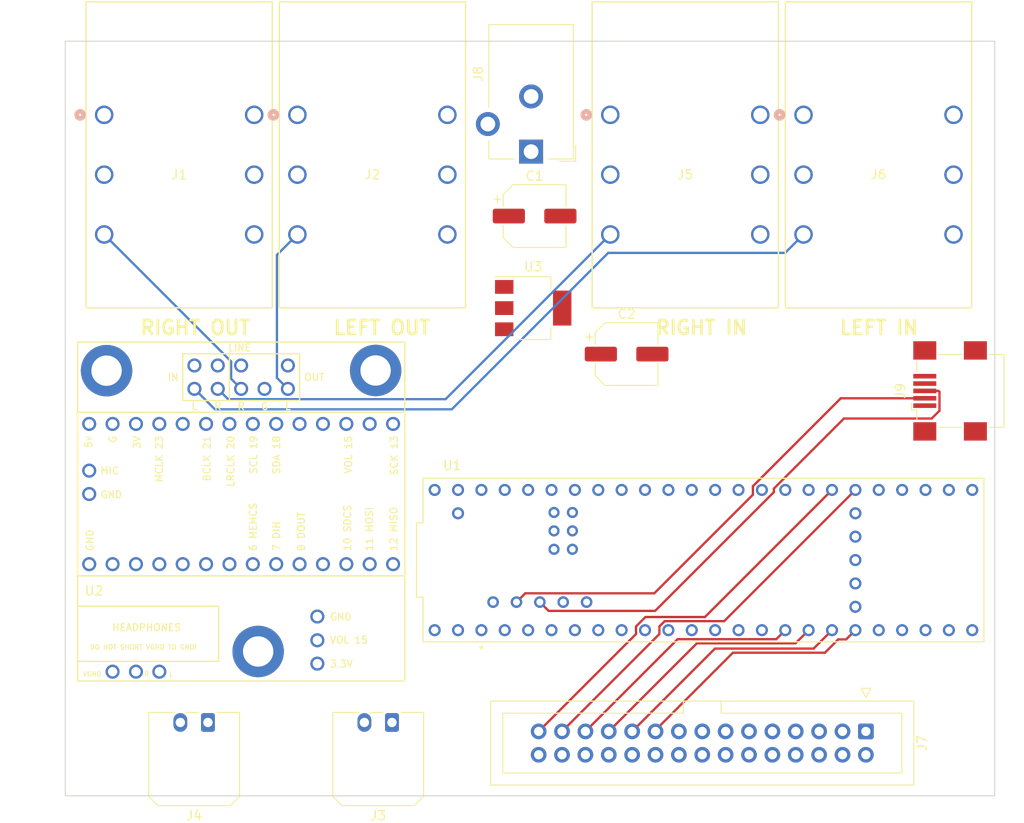
<source format=kicad_pcb>
(kicad_pcb (version 20221018) (generator pcbnew)
  (layers (0 "F.Cu" signal) (1 "In1.Cu" signal) (2 "In2.Cu" signal) (31 "B.Cu" signal) (34 "B.Paste" user) (35 "F.Paste" user) (36 "B.SilkS" user "B.Silkscreen") (37 "F.SilkS" user "F.Silkscreen") (38 "B.Mask" user) (39 "F.Mask" user) (44 "Edge.Cuts" user))
  (net 0 "")
  (net 17 "GND")
  (net 18 "+3.3V")
  (net 19 "FSW_1")
  (net 20 "FSW_2")
  (net 21 "+9V")
  (net 22 "+5V")
  (net 23 "LED_GSCLK")
  (net 24 "LED_BLANK")
  (net 25 "LED_XLAT")
  (net 26 "LED_SCLK")
  (net 27 "LED_SIN")
  (net 28 "POT_1")
  (net 29 "POT_2")
  (net 30 "POT_3")
  (net 31 "POT_4")
  (net 32 "POT_5")
  (net 33 "POT_6")
  (net 36 "Net-(J9-D-)")
  (net 37 "Net-(J9-D+)")
  (net 40 "Audio MEMCS")
  (net 47 "Audio DIN")
  (net 48 "Audio DOUT")
  (net 49 "Audio SDCS")
  (net 51 "Audio MOSI")
  (net 52 "Audio MISO")
  (net 53 "Audio SCK")
  (net 58 "Audio SDA")
  (net 61 "Audio SCL")
  (net 62 "Audio LRCLK")
  (net 63 "L Line In")
  (net 64 "R Line In")
  (net 65 "L Line Out")
  (net 66 "R Line Out")
  (net 67 "Audio BCLK")
  (net 68 "Audio MCLK")
  (footprint "Custom Audio Connectors:ACJS-IH_AMP" (layer "F.Cu") (at 155.223401 57)
    (fp_text reference "J5" (at 8.149999 6.5 unlocked) (layer "F.SilkS"))
    (fp_text value "ACJS-IH")
    (fp_circle (center -2.606901 0) (end -2.225901 0) (stroke (width 0.508)) (fill none) (layer "B.SilkS"))
    (fp_line (start -1.971901 -12.277001) (end -1.971901 20.971599) (stroke (width 0.1524)) (layer "F.SilkS"))
    (fp_line (start -1.971901 20.971599) (end 18.271899 20.971599) (stroke (width 0.1524)) (layer "F.SilkS"))
    (fp_line (start 18.271899 -12.277001) (end -1.971901 -12.277001) (stroke (width 0.1524)) (layer "F.SilkS"))
    (fp_line (start 18.271899 20.971599) (end 18.271899 -12.277001) (stroke (width 0.1524)) (layer "F.SilkS"))
    (fp_circle (center -2.606901 0) (end -2.225901 0) (stroke (width 0.508)) (fill none) (layer "F.SilkS"))
    (pad "R" thru_hole circle (at 0 6.5) (size 2.0066 2.0066) (drill 1.4986) (layers "*.Cu" "*.Mask") (net 17 "GND"))
    (pad "RN" thru_hole circle (at 16.299998 6.5) (size 2.0066 2.0066) (drill 1.4986) (layers "*.Cu" "*.Mask"))
    (pad "S" thru_hole circle (at 0 0) (size 2.0066 2.0066) (drill 1.4986) (layers "*.Cu" "*.Mask"))
    (pad "SN" thru_hole circle (at 16.299998 0) (size 2.0066 2.0066) (drill 1.4986) (layers "*.Cu" "*.Mask"))
    (pad "T" thru_hole circle (at 0 12.999999) (size 2.0066 2.0066) (drill 1.4986) (layers "*.Cu" "*.Mask") (net 64 "R Line In"))
    (pad "TN" thru_hole circle (at 16.299998 12.999999) (size 2.0066 2.0066) (drill 1.4986) (layers "*.Cu" "*.Mask"))
  )
  (footprint "Connector_Molex:Molex_Micro-Fit_3.0_43650-0200_1x02_P3.00mm_Horizontal" (layer "F.Cu") (at 131.5 123.03 180)
    (fp_text reference "J3" (at 1.5 -10.12) (layer "F.SilkS"))
    (fp_text value "FSW1")
    (fp_line (start -3.435 -8.03) (end -2.435 -9.03) (stroke (width 0.12)) (layer "F.SilkS"))
    (fp_line (start -3.435 1.09) (end -3.435 -8.03) (stroke (width 0.12)) (layer "F.SilkS"))
    (fp_line (start -3.435 1.09) (end -1.01 1.09) (stroke (width 0.12)) (layer "F.SilkS"))
    (fp_line (start -2.435 -9.03) (end 5.435 -9.03) (stroke (width 0.12)) (layer "F.SilkS"))
    (fp_line (start 1.01 1.09) (end 2.348233 1.09) (stroke (width 0.12)) (layer "F.SilkS"))
    (fp_line (start 5.435 -9.03) (end 6.435 -8.03) (stroke (width 0.12)) (layer "F.SilkS"))
    (fp_line (start 6.435 -8.03) (end 6.435 1.09) (stroke (width 0.12)) (layer "F.SilkS"))
    (fp_line (start 6.435 1.09) (end 3.651767 1.09) (stroke (width 0.12)) (layer "F.SilkS"))
    (pad "" np_thru_hole circle (at 1.5 -4.32 180) (size 3 3) (drill 3) (layers "*.Cu" "*.Mask"))
    (pad "1" thru_hole roundrect (at 0 0 180) (size 1.5 2.02) (drill 1.02) (layers "*.Cu" "*.Mask") (roundrect_rratio 0.166667) (net 19 "FSW_1"))
    (pad "2" thru_hole oval (at 3 0 180) (size 1.5 2.02) (drill 1.02) (layers "*.Cu" "*.Mask") (net 17 "GND"))
  )
  (footprint "Custom Audio Connectors:ACJS-IH_AMP" (layer "F.Cu") (at 176.223401 57)
    (fp_text reference "J6" (at 8.149999 6.5 unlocked) (layer "F.SilkS"))
    (fp_text value "ACJS-IH")
    (fp_circle (center -2.606901 0) (end -2.225901 0) (stroke (width 0.508)) (fill none) (layer "B.SilkS"))
    (fp_line (start -1.971901 -12.277001) (end -1.971901 20.971599) (stroke (width 0.1524)) (layer "F.SilkS"))
    (fp_line (start -1.971901 20.971599) (end 18.271899 20.971599) (stroke (width 0.1524)) (layer "F.SilkS"))
    (fp_line (start 18.271899 -12.277001) (end -1.971901 -12.277001) (stroke (width 0.1524)) (layer "F.SilkS"))
    (fp_line (start 18.271899 20.971599) (end 18.271899 -12.277001) (stroke (width 0.1524)) (layer "F.SilkS"))
    (fp_circle (center -2.606901 0) (end -2.225901 0) (stroke (width 0.508)) (fill none) (layer "F.SilkS"))
    (pad "R" thru_hole circle (at 0 6.5) (size 2.0066 2.0066) (drill 1.4986) (layers "*.Cu" "*.Mask") (net 17 "GND"))
    (pad "RN" thru_hole circle (at 16.299998 6.5) (size 2.0066 2.0066) (drill 1.4986) (layers "*.Cu" "*.Mask"))
    (pad "S" thru_hole circle (at 0 0) (size 2.0066 2.0066) (drill 1.4986) (layers "*.Cu" "*.Mask"))
    (pad "SN" thru_hole circle (at 16.299998 0) (size 2.0066 2.0066) (drill 1.4986) (layers "*.Cu" "*.Mask"))
    (pad "T" thru_hole circle (at 0 12.999999) (size 2.0066 2.0066) (drill 1.4986) (layers "*.Cu" "*.Mask") (net 63 "L Line In"))
    (pad "TN" thru_hole circle (at 16.299998 12.999999) (size 2.0066 2.0066) (drill 1.4986) (layers "*.Cu" "*.Mask"))
  )
  (footprint "Connector_USB:USB_Mini-B_Wuerth_65100516121_Horizontal" (layer "F.Cu") (at 192 87 90)
    (fp_text reference "J9" (at 0 -5.25 90) (layer "F.SilkS"))
    (fp_text value "USB_B_Mini")
    (fp_line (start -3.96 1.45) (end -3.96 -1.15) (stroke (width 0.12)) (layer "F.SilkS"))
    (fp_line (start -3.96 4.35) (end -3.96 6.01) (stroke (width 0.12)) (layer "F.SilkS"))
    (fp_line (start -3.96 6.01) (end 3.96 6.01) (stroke (width 0.12)) (layer "F.SilkS"))
    (fp_line (start -3.2 -3.46) (end -2.05 -3.46) (stroke (width 0.12)) (layer "F.SilkS"))
    (fp_line (start -2.05 -4.05) (end -1.35 -4.05) (stroke (width 0.12)) (layer "F.SilkS"))
    (fp_line (start -2.05 -3.46) (end -2.05 -4.05) (stroke (width 0.12)) (layer "F.SilkS"))
    (fp_line (start 2.05 -3.46) (end 3.2 -3.46) (stroke (width 0.12)) (layer "F.SilkS"))
    (fp_line (start 3.96 -1.15) (end 3.96 1.45) (stroke (width 0.12)) (layer "F.SilkS"))
    (fp_line (start 3.96 6.01) (end 3.96 4.35) (stroke (width 0.12)) (layer "F.SilkS"))
    (pad "" np_thru_hole circle (at -2.2 0 90) (size 0.9 0.9) (drill 0.9) (layers "*.Cu" "*.Mask"))
    (pad "" np_thru_hole circle (at 2.2 0 90) (size 0.9 0.9) (drill 0.9) (layers "*.Cu" "*.Mask"))
    (pad "1" smd rect (at -1.6 -2.6 90) (size 0.5 2.5) (layers "F.Cu" "F.Paste" "F.Mask"))
    (pad "2" smd rect (at -0.8 -2.6 90) (size 0.5 2.5) (layers "F.Cu" "F.Paste" "F.Mask") (net 36 "Net-(J9-D-)"))
    (pad "3" smd rect (at 0 -2.6 90) (size 0.5 2.5) (layers "F.Cu" "F.Paste" "F.Mask") (net 37 "Net-(J9-D+)"))
    (pad "4" smd rect (at 0.8 -2.6 90) (size 0.5 2.5) (layers "F.Cu" "F.Paste" "F.Mask"))
    (pad "5" smd rect (at 1.6 -2.6 90) (size 0.5 2.5) (layers "F.Cu" "F.Paste" "F.Mask") (net 17 "GND"))
    (pad "6" smd rect (at -4.4 -2.6 90) (size 2 2.5) (layers "F.Cu" "F.Paste" "F.Mask"))
    (pad "6" smd rect (at -4.4 2.9 90) (size 2 2.5) (layers "F.Cu" "F.Paste" "F.Mask"))
    (pad "6" smd rect (at 4.4 -2.6 90) (size 2 2.5) (layers "F.Cu" "F.Paste" "F.Mask"))
    (pad "6" smd rect (at 4.4 2.9 90) (size 2 2.5) (layers "F.Cu" "F.Paste" "F.Mask"))
  )
  (footprint "Imported Footprints:4.0audioshield" (layer "F.Cu") (at 98.6 105.826)
    (fp_text reference "U2" (at 0.5207 2.89814) (layer "F.SilkS"))
    (fp_text value "Teensy4.0_AudioShield_REVD")
    (fp_text user "GND" (at 0.08636 -2.594852 90) (layer "F.SilkS") (effects (font (size 0.762 0.762) (thickness 0.127))))
    (fp_text user "L" (at 8.90524 11.94054) (layer "F.SilkS") (effects (font (size 0.508 0.508) (thickness 0.1016))))
    (fp_text user "L" (at 21.59 -17.145) (layer "F.SilkS") (effects (font (size 0.762 0.762) (thickness 0.127))))
    (fp_text user "GND" (at 27.331489 5.73278) (layer "F.SilkS") (effects (font (size 0.762 0.762) (thickness 0.127))))
    (fp_text user "BCLK 21" (at 12.79144 -11.476808 90) (layer "F.SilkS") (effects (font (size 0.762 0.762) (thickness 0.127))))
    (fp_text user "VOL 15" (at 28.1686 -11.894094 90) (layer "F.SilkS") (effects (font (size 0.762 0.762) (thickness 0.127))))
    (fp_text user "R" (at 6.23316 11.94054) (layer "F.SilkS") (effects (font (size 0.508 0.508) (thickness 0.1016))))
    (fp_text user "7 DIN" (at 20.35302 -3.048423 90) (layer "F.SilkS") (effects (font (size 0.762 0.762) (thickness 0.127))))
    (fp_text user "SCL 19" (at 17.86636 -11.875951 90) (layer "F.SilkS") (effects (font (size 0.762 0.762) (thickness 0.127))))
    (fp_text user "L" (at 11.43 -17.145) (layer "F.SilkS") (effects (font (size 0.762 0.762) (thickness 0.127))))
    (fp_text user "VOL 15" (at 28.220489 8.23976) (layer "F.SilkS") (effects (font (size 0.762 0.762) (thickness 0.127))))
    (fp_text user "8 DOUT" (at 23.04288 -3.556423 90) (layer "F.SilkS") (effects (font (size 0.762 0.762) (thickness 0.127))))
    (fp_text user "LINE" (at 16.34236 -23.51024) (layer "F.SilkS") (effects (font (size 0.762 0.762) (thickness 0.127))))
    (fp_text user "GND" (at 2.3876 -7.56412) (layer "F.SilkS") (effects (font (size 0.762 0.762) (thickness 0.127))))
    (fp_text user "MCLK 23" (at 7.61492 -11.42238 90) (layer "F.SilkS") (effects (font (size 0.762 0.762) (thickness 0.127))))
    (fp_text user "5v" (at -0.05588 -13.291094 90) (layer "F.SilkS") (effects (font (size 0.762 0.762) (thickness 0.127))))
    (fp_text user "11 MOSI" (at 30.45206 -3.828566 90) (layer "F.SilkS") (effects (font (size 0.762 0.762) (thickness 0.127))))
    (fp_text user "MIC" (at 2.224314 -10.15238) (layer "F.SilkS") (effects (font (size 0.762 0.762) (thickness 0.127))))
    (fp_text user "3V" (at 5.20954 -13.254808 90) (layer "F.SilkS") (effects (font (size 0.762 0.762) (thickness 0.127))))
    (fp_text user "G" (at 2.57048 -13.563237 90) (layer "F.SilkS") (effects (font (size 0.762 0.762) (thickness 0.127))))
    (fp_text user "6 MEMCS" (at 17.81556 -4.04628 270) (layer "F.SilkS") (effects (font (size 0.762 0.762) (thickness 0.127))))
    (fp_text user "SDA 18" (at 20.35302 -11.857808 90) (layer "F.SilkS") (effects (font (size 0.762 0.762) (thickness 0.127))))
    (fp_text user "SCK 13" (at 33.14192 -11.80338 270) (layer "F.SilkS") (effects (font (size 0.762 0.762) (thickness 0.127))))
    (fp_text user "10 SDCS" (at 28.067 -3.937423 90) (layer "F.SilkS") (effects (font (size 0.762 0.762) (thickness 0.127))))
    (fp_text user "3.3V" (at 27.40406 10.8458) (layer "F.SilkS") (effects (font (size 0.762 0.762) (thickness 0.127))))
    (fp_text user "OUT" (at 24.4602 -20.31238) (layer "F.SilkS") (effects (font (size 0.762 0.762) (thickness 0.127))))
    (fp_text user "12 MISO" (at 33.09112 -3.828566 90) (layer "F.SilkS") (effects (font (size 0.762 0.762) (thickness 0.127))))
    (fp_text user "DO NOT SHORT VGND TO GND!" (at 5.87756 9.02208) (layer "F.SilkS") (effects (font (size 0.508 0.508) (thickness 0.1016))))
    (fp_text user "IN" (at 9.1186 -20.30984) (layer "F.SilkS") (effects (font (size 0.762 0.762) (thickness 0.127))))
    (fp_text user "HEADPHONES" (at 6.23316 6.88594) (layer "F.SilkS") (effects (font (size 0.762 0.762) (thickness 0.127))))
    (fp_text user "G" (at 19.05 -17.145) (layer "F.SilkS") (effects (font (size 0.762 0.762) (thickness 0.127))))
    (fp_text user "R" (at 16.51 -17.145) (layer "F.SilkS") (effects (font (size 0.762 0.762) (thickness 0.127))))
    (fp_text user "LRCLK 20" (at 15.3797 -11.16838 90) (layer "F.SilkS") (effects (font (size 0.762 0.762) (thickness 0.127))))
    (fp_text user "R" (at 13.97 -17.145) (layer "F.SilkS") (effects (font (size 0.762 0.762) (thickness 0.127))))
    (fp_text user "VGND" (at 0.32258 11.94054) (layer "F.SilkS") (effects (font (size 0.508 0.508) (thickness 0.1016))))
    (fp_line (start -1.27 -24.13) (end 34.29 -24.13) (stroke (width 0.15)) (layer "F.SilkS"))
    (fp_line (start -1.27 -16.51) (end -1.27 1.27) (stroke (width 0.15)) (layer "F.SilkS"))
    (fp_line (start -1.27 1.27) (end 34.29 1.27) (stroke (width 0.15)) (layer "F.SilkS"))
    (fp_line (start -1.27 12.7) (end -1.27 -24.13) (stroke (width 0.15)) (layer "F.SilkS"))
    (fp_line (start -1.26746 4.56438) (end 14.0589 4.56438) (stroke (width 0.15)) (layer "F.SilkS"))
    (fp_line (start 10.16 -22.86) (end 10.16 -17.78) (stroke (width 0.15)) (layer "F.SilkS"))
    (fp_line (start 10.16 -17.78) (end 15.24 -17.78) (stroke (width 0.15)) (layer "F.SilkS"))
    (fp_line (start 14.0589 4.56438) (end 14.0589 10.5537) (stroke (width 0.15)) (layer "F.SilkS"))
    (fp_line (start 14.0589 10.5537) (end -1.26746 10.5537) (stroke (width 0.15)) (layer "F.SilkS"))
    (fp_line (start 15.24 -22.86) (end 10.16 -22.86) (stroke (width 0.15)) (layer "F.SilkS"))
    (fp_line (start 15.24 -22.86) (end 22.86 -22.86) (stroke (width 0.15)) (layer "F.SilkS"))
    (fp_line (start 15.24 -17.78) (end 15.24 -22.86) (stroke (width 0.15)) (layer "F.SilkS"))
    (fp_line (start 22.86 -22.86) (end 22.86 -17.78) (stroke (width 0.15)) (layer "F.SilkS"))
    (fp_line (start 22.86 -17.78) (end 15.24 -17.78) (stroke (width 0.15)) (layer "F.SilkS"))
    (fp_line (start 34.29 -24.13) (end 34.29 12.7) (stroke (width 0.15)) (layer "F.SilkS"))
    (fp_line (start 34.29 -16.51) (end -1.27 -16.51) (stroke (width 0.15)) (layer "F.SilkS"))
    (fp_line (start 34.29 1.27) (end 34.29 -16.51) (stroke (width 0.15)) (layer "F.SilkS"))
    (fp_line (start 34.29 12.7) (end -1.27 12.7) (stroke (width 0.15)) (layer "F.SilkS"))
    (pad "" thru_hole circle (at 1.88468 -21.02612) (size 5.588 5.588) (drill 3.302) (layers "*.Cu"))
    (pad "" thru_hole circle (at 18.35912 9.48944) (size 5.588 5.588) (drill 3.302) (layers "*.Cu"))
    (pad "" thru_hole circle (at 31.12262 -21.04644) (size 5.588 5.588) (drill 3.302) (layers "*.Cu"))
    (pad "1" thru_hole oval (at 0 0) (size 1.524 1.524) (drill 1.016) (layers "*.Cu" "*.Mask") (net 17 "GND"))
    (pad "2" thru_hole oval (at 2.54 0) (size 1.524 1.524) (drill 1.016) (layers "*.Cu" "*.Mask"))
    (pad "3" thru_hole oval (at 5.08 0) (size 1.524 1.524) (drill 1.016) (layers "*.Cu" "*.Mask"))
    (pad "4" thru_hole oval (at 7.62 0) (size 1.524 1.524) (drill 1.016) (layers "*.Cu" "*.Mask"))
    (pad "5" thru_hole oval (at 10.16 0) (size 1.524 1.524) (drill 1.016) (layers "*.Cu" "*.Mask"))
    (pad "6" thru_hole oval (at 12.7 0) (size 1.524 1.524) (drill 1.016) (layers "*.Cu" "*.Mask"))
    (pad "7" thru_hole oval (at 15.24 0) (size 1.524 1.524) (drill 1.016) (layers "*.Cu" "*.Mask"))
    (pad "8" thru_hole oval (at 17.78 0) (size 1.524 1.524) (drill 1.016) (layers "*.Cu" "*.Mask") (net 40 "Audio MEMCS"))
    (pad "9" thru_hole oval (at 20.32 0) (size 1.524 1.524) (drill 1.016) (layers "*.Cu" "*.Mask") (net 47 "Audio DIN"))
    (pad "10" thru_hole oval (at 22.86 0) (size 1.524 1.524) (drill 1.016) (layers "*.Cu" "*.Mask") (net 48 "Audio DOUT"))
    (pad "11" thru_hole oval (at 25.4 0) (size 1.524 1.524) (drill 1.016) (layers "*.Cu" "*.Mask"))
    (pad "12" thru_hole oval (at 27.94 0) (size 1.524 1.524) (drill 1.016) (layers "*.Cu" "*.Mask") (net 49 "Audio SDCS"))
    (pad "13" thru_hole oval (at 30.48 0) (size 1.524 1.524) (drill 1.016) (layers "*.Cu" "*.Mask") (net 51 "Audio MOSI"))
    (pad "14" thru_hole oval (at 33.02 0) (size 1.524 1.524) (drill 1.016) (layers "*.Cu" "*.Mask") (net 52 "Audio MISO"))
    (pad "15" thru_hole oval (at 0 -10.16) (size 1.524 1.524) (drill 1.016) (layers "*.Cu" "*.Mask"))
    (pad "16" thru_hole oval (at 0 -7.62) (size 1.524 1.524) (drill 1.016) (layers "*.Cu" "*.Mask"))
    (pad "17" thru_hole oval (at 33.02 -15.24) (size 1.524 1.524) (drill 1.016) (layers "*.Cu" "*.Mask") (net 53 "Audio SCK"))
    (pad "18" thru_hole oval (at 30.48 -15.24) (size 1.524 1.524) (drill 1.016) (layers "*.Cu" "*.Mask"))
    (pad "19" thru_hole oval (at 27.94 -15.24) (size 1.524 1.524) (drill 1.016) (layers "*.Cu" "*.Mask"))
    (pad "20" thru_hole oval (at 25.4 -15.24) (size 1.524 1.524) (drill 1.016) (layers "*.Cu" "*.Mask"))
    (pad "21" thru_hole oval (at 22.86 -15.24) (size 1.524 1.524) (drill 1.016) (layers "*.Cu" "*.Mask"))
    (pad "22" thru_hole oval (at 20.32 -15.24) (size 1.524 1.524) (drill 1.016) (layers "*.Cu" "*.Mask") (net 58 "Audio SDA"))
    (pad "23" thru_hole oval (at 17.78 -15.24) (size 1.524 1.524) (drill 1.016) (layers "*.Cu" "*.Mask") (net 61 "Audio SCL"))
    (pad "24" thru_hole oval (at 15.24 -15.24) (size 1.524 1.524) (drill 1.016) (layers "*.Cu" "*.Mask") (net 62 "Audio LRCLK"))
    (pad "25" thru_hole oval (at 12.7 -15.24) (size 1.524 1.524) (drill 1.016) (layers "*.Cu" "*.Mask") (net 67 "Audio BCLK"))
    (pad "26" thru_hole oval (at 10.16 -15.24) (size 1.524 1.524) (drill 1.016) (layers "*.Cu" "*.Mask"))
    (pad "27" thru_hole oval (at 7.62 -15.24) (size 1.524 1.524) (drill 1.016) (layers "*.Cu" "*.Mask") (net 68 "Audio MCLK"))
    (pad "28" thru_hole oval (at 5.08 -15.24) (size 1.524 1.524) (drill 1.016) (layers "*.Cu" "*.Mask") (net 18 "+3.3V"))
    (pad "29" thru_hole oval (at 2.54 -15.24) (size 1.524 1.524) (drill 1.016) (layers "*.Cu" "*.Mask") (net 17 "GND"))
    (pad "30" thru_hole oval (at 0 -15.24) (size 1.524 1.524) (drill 1.016) (layers "*.Cu" "*.Mask"))
    (pad "31" thru_hole circle (at 21.59 -19.05) (size 1.524 1.524) (drill 1.016) (layers "*.Cu" "*.Mask") (net 65 "L Line Out"))
    (pad "32" thru_hole circle (at 19.05 -19.05) (size 1.524 1.524) (drill 1.016) (layers "*.Cu" "*.Mask") (net 17 "GND"))
    (pad "33" thru_hole circle (at 16.51 -19.05) (size 1.524 1.524) (drill 1.016) (layers "*.Cu" "*.Mask") (net 66 "R Line Out"))
    (pad "34" thru_hole circle (at 13.97 -19.05) (size 1.524 1.524) (drill 1.016) (layers "*.Cu" "*.Mask") (net 64 "R Line In"))
    (pad "35" thru_hole circle (at 11.43 -19.05) (size 1.524 1.524) (drill 1.016) (layers "*.Cu" "*.Mask") (net 63 "L Line In"))
    (pad "36" thru_hole circle (at 13.97 -21.59) (size 1.524 1.524) (drill 1.016) (layers "*.Cu" "*.Mask") (net 17 "GND"))
    (pad "37" thru_hole circle (at 11.43 -21.59) (size 1.524 1.524) (drill 1.016) (layers "*.Cu" "*.Mask") (net 17 "GND"))
    (pad "38" thru_hole circle (at 24.7904 5.69214) (size 1.524 1.524) (drill 1.016) (layers "*.Cu" "*.Mask"))
    (pad "39" thru_hole circle (at 24.7904 8.27278) (size 1.524 1.524) (drill 1.016) (layers "*.Cu" "*.Mask"))
    (pad "40" thru_hole circle (at 24.7904 10.81024) (size 1.524 1.524) (drill 1.016) (layers "*.Cu" "*.Mask"))
    (pad "41" thru_hole oval (at 7.62 11.684) (size 1.524 1.524) (drill 1.016) (layers "*.Cu" "*.Mask"))
    (pad "42" thru_hole oval (at 5.08 11.684) (size 1.524 1.524) (drill 1.016) (layers "*.Cu" "*.Mask"))
    (pad "43" thru_hole oval (at 2.54 11.684) (size 1.524 1.524) (drill 1.016) (layers "*.Cu" "*.Mask"))
    (pad "45" thru_hole circle (at 16.51 -21.59) (size 1.524 1.524) (drill 1.016) (layers "*.Cu" "*.Mask"))
    (pad "46" thru_hole circle (at 21.59 -21.59) (size 1.524 1.524) (drill 1.016) (layers "*.Cu" "*.Mask"))
  )
  (footprint "Connector_IDC:IDC-Header_2x15_P2.54mm_Vertical" (layer "F.Cu") (at 183 124 -90)
    (fp_text reference "J7" (at 1.27 -6.1 90) (layer "F.SilkS"))
    (fp_text value "Conn_02x15_Odd_Even")
    (fp_line (start -4.68 -0.5) (end -4.68 0.5) (stroke (width 0.12)) (layer "F.SilkS"))
    (fp_line (start -4.68 0.5) (end -3.68 0) (stroke (width 0.12)) (layer "F.SilkS"))
    (fp_line (start -3.68 0) (end -4.68 -0.5) (stroke (width 0.12)) (layer "F.SilkS"))
    (fp_line (start -3.29 -5.21) (end 5.83 -5.21) (stroke (width 0.12)) (layer "F.SilkS"))
    (fp_line (start -3.29 15.73) (end -1.98 15.73) (stroke (width 0.12)) (layer "F.SilkS"))
    (fp_line (start -3.29 40.77) (end -3.29 -5.21) (stroke (width 0.12)) (layer "F.SilkS"))
    (fp_line (start -1.98 -3.91) (end 4.52 -3.91) (stroke (width 0.12)) (layer "F.SilkS"))
    (fp_line (start -1.98 15.73) (end -1.98 -3.91) (stroke (width 0.12)) (layer "F.SilkS"))
    (fp_line (start -1.98 19.83) (end -3.29 19.83) (stroke (width 0.12)) (layer "F.SilkS"))
    (fp_line (start -1.98 19.83) (end -1.98 19.83) (stroke (width 0.12)) (layer "F.SilkS"))
    (fp_line (start -1.98 39.47) (end -1.98 19.83) (stroke (width 0.12)) (layer "F.SilkS"))
    (fp_line (start 4.52 -3.91) (end 4.52 39.47) (stroke (width 0.12)) (layer "F.SilkS"))
    (fp_line (start 4.52 39.47) (end -1.98 39.47) (stroke (width 0.12)) (layer "F.SilkS"))
    (fp_line (start 5.83 -5.21) (end 5.83 40.77) (stroke (width 0.12)) (layer "F.SilkS"))
    (fp_line (start 5.83 40.77) (end -3.29 40.77) (stroke (width 0.12)) (layer "F.SilkS"))
    (pad "1" thru_hole roundrect (at 0 0 270) (size 1.7 1.7) (drill 1) (layers "*.Cu" "*.Mask") (roundrect_rratio 0.147059) (net 21 "+9V"))
    (pad "2" thru_hole circle (at 2.54 0 270) (size 1.7 1.7) (drill 1) (layers "*.Cu" "*.Mask") (net 17 "GND"))
    (pad "3" thru_hole circle (at 0 2.54 270) (size 1.7 1.7) (drill 1) (layers "*.Cu" "*.Mask") (net 21 "+9V"))
    (pad "4" thru_hole circle (at 2.54 2.54 270) (size 1.7 1.7) (drill 1) (layers "*.Cu" "*.Mask") (net 17 "GND"))
    (pad "5" thru_hole circle (at 0 5.08 270) (size 1.7 1.7) (drill 1) (layers "*.Cu" "*.Mask") (net 22 "+5V"))
    (pad "6" thru_hole circle (at 2.54 5.08 270) (size 1.7 1.7) (drill 1) (layers "*.Cu" "*.Mask") (net 17 "GND"))
    (pad "7" thru_hole circle (at 0 7.62 270) (size 1.7 1.7) (drill 1) (layers "*.Cu" "*.Mask") (net 18 "+3.3V"))
    (pad "8" thru_hole circle (at 2.54 7.62 270) (size 1.7 1.7) (drill 1) (layers "*.Cu" "*.Mask") (net 17 "GND"))
    (pad "9" thru_hole circle (at 0 10.16 270) (size 1.7 1.7) (drill 1) (layers "*.Cu" "*.Mask") (net 23 "LED_GSCLK"))
    (pad "10" thru_hole circle (at 2.54 10.16 270) (size 1.7 1.7) (drill 1) (layers "*.Cu" "*.Mask") (net 17 "GND"))
    (pad "11" thru_hole circle (at 0 12.7 270) (size 1.7 1.7) (drill 1) (layers "*.Cu" "*.Mask") (net 24 "LED_BLANK"))
    (pad "12" thru_hole circle (at 2.54 12.7 270) (size 1.7 1.7) (drill 1) (layers "*.Cu" "*.Mask") (net 17 "GND"))
    (pad "13" thru_hole circle (at 0 15.24 270) (size 1.7 1.7) (drill 1) (layers "*.Cu" "*.Mask") (net 25 "LED_XLAT"))
    (pad "14" thru_hole circle (at 2.54 15.24 270) (size 1.7 1.7) (drill 1) (layers "*.Cu" "*.Mask") (net 17 "GND"))
    (pad "15" thru_hole circle (at 0 17.78 270) (size 1.7 1.7) (drill 1) (layers "*.Cu" "*.Mask") (net 26 "LED_SCLK"))
    (pad "16" thru_hole circle (at 2.54 17.78 270) (size 1.7 1.7) (drill 1) (layers "*.Cu" "*.Mask") (net 17 "GND"))
    (pad "17" thru_hole circle (at 0 20.32 270) (size 1.7 1.7) (drill 1) (layers "*.Cu" "*.Mask") (net 27 "LED_SIN"))
    (pad "18" thru_hole circle (at 2.54 20.32 270) (size 1.7 1.7) (drill 1) (layers "*.Cu" "*.Mask") (net 17 "GND"))
    (pad "19" thru_hole circle (at 0 22.86 270) (size 1.7 1.7) (drill 1) (layers "*.Cu" "*.Mask") (net 28 "POT_1"))
    (pad "20" thru_hole circle (at 2.54 22.86 270) (size 1.7 1.7) (drill 1) (layers "*.Cu" "*.Mask") (net 17 "GND"))
    (pad "21" thru_hole circle (at 0 25.4 270) (size 1.7 1.7) (drill 1) (layers "*.Cu" "*.Mask") (net 29 "POT_2"))
    (pad "22" thru_hole circle (at 2.54 25.4 270) (size 1.7 1.7) (drill 1) (layers "*.Cu" "*.Mask") (net 17 "GND"))
    (pad "23" thru_hole circle (at 0 27.94 270) (size 1.7 1.7) (drill 1) (layers "*.Cu" "*.Mask") (net 30 "POT_3"))
    (pad "24" thru_hole circle (at 2.54 27.94 270) (size 1.7 1.7) (drill 1) (layers "*.Cu" "*.Mask") (net 17 "GND"))
    (pad "25" thru_hole circle (at 0 30.48 270) (size 1.7 1.7) (drill 1) (layers "*.Cu" "*.Mask") (net 31 "POT_4"))
    (pad "26" thru_hole circle (at 2.54 30.48 270) (size 1.7 1.7) (drill 1) (layers "*.Cu" "*.Mask") (net 17 "GND"))
    (pad "27" thru_hole circle (at 0 33.02 270) (size 1.7 1.7) (drill 1) (layers "*.Cu" "*.Mask") (net 32 "POT_5"))
    (pad "28" thru_hole circle (at 2.54 33.02 270) (size 1.7 1.7) (drill 1) (layers "*.Cu" "*.Mask") (net 17 "GND"))
    (pad "29" thru_hole circle (at 0 35.56 270) (size 1.7 1.7) (drill 1) (layers "*.Cu" "*.Mask") (net 33 "POT_6"))
    (pad "30" thru_hole circle (at 2.54 35.56 270) (size 1.7 1.7) (drill 1) (layers "*.Cu" "*.Mask") (net 17 "GND"))
  )
  (footprint "Capacitor_SMD:CP_Elec_6.3x5.9" (layer "F.Cu") (at 147 68)
    (fp_text reference "C1" (at 0 -4.35) (layer "F.SilkS"))
    (fp_text value "100u 16V")
    (fp_line (start -4.4375 -1.8475) (end -3.65 -1.8475) (stroke (width 0.12)) (layer "F.SilkS"))
    (fp_line (start -4.04375 -2.24125) (end -4.04375 -1.45375) (stroke (width 0.12)) (layer "F.SilkS"))
    (fp_line (start -3.41 -2.345563) (end -3.41 -1.06) (stroke (width 0.12)) (layer "F.SilkS"))
    (fp_line (start -3.41 -2.345563) (end -2.345563 -3.41) (stroke (width 0.12)) (layer "F.SilkS"))
    (fp_line (start -3.41 2.345563) (end -3.41 1.06) (stroke (width 0.12)) (layer "F.SilkS"))
    (fp_line (start -3.41 2.345563) (end -2.345563 3.41) (stroke (width 0.12)) (layer "F.SilkS"))
    (fp_line (start -2.345563 -3.41) (end 3.41 -3.41) (stroke (width 0.12)) (layer "F.SilkS"))
    (fp_line (start -2.345563 3.41) (end 3.41 3.41) (stroke (width 0.12)) (layer "F.SilkS"))
    (fp_line (start 3.41 -3.41) (end 3.41 -1.06) (stroke (width 0.12)) (layer "F.SilkS"))
    (fp_line (start 3.41 3.41) (end 3.41 1.06) (stroke (width 0.12)) (layer "F.SilkS"))
    (pad "1" smd roundrect (at -2.8 0) (size 3.5 1.6) (layers "F.Cu" "F.Paste" "F.Mask") (roundrect_rratio 0.15625) (net 21 "+9V"))
    (pad "2" smd roundrect (at 2.8 0) (size 3.5 1.6) (layers "F.Cu" "F.Paste" "F.Mask") (roundrect_rratio 0.15625) (net 17 "GND"))
  )
  (footprint "Connector_BarrelJack:BarrelJack_CUI_PJ-102AH_Horizontal" (layer "F.Cu") (at 146.62 61 180)
    (fp_text reference "J8" (at 5.75 8.45 90) (layer "F.SilkS"))
    (fp_text value "Barrel_Jack_Switch")
    (fp_line (start -4.84 -1.04) (end -3.1 -1.04) (stroke (width 0.12)) (layer "F.SilkS"))
    (fp_line (start -4.84 0.7) (end -4.84 -1.04) (stroke (width 0.12)) (layer "F.SilkS"))
    (fp_line (start -4.6 -0.8) (end -1.8 -0.8) (stroke (width 0.12)) (layer "F.SilkS"))
    (fp_line (start -4.6 13.8) (end -4.6 -0.8) (stroke (width 0.12)) (layer "F.SilkS"))
    (fp_line (start 1.8 -0.8) (end 4.6 -0.8) (stroke (width 0.12)) (layer "F.SilkS"))
    (fp_line (start 4.6 -0.8) (end 4.6 1.2) (stroke (width 0.12)) (layer "F.SilkS"))
    (fp_line (start 4.6 4.8) (end 4.6 13.8) (stroke (width 0.12)) (layer "F.SilkS"))
    (fp_line (start 4.6 13.8) (end -4.6 13.8) (stroke (width 0.12)) (layer "F.SilkS"))
    (pad "1" thru_hole rect (at 0 0 180) (size 2.6 2.6) (drill 1.6) (layers "*.Cu" "*.Mask") (net 17 "GND"))
    (pad "2" thru_hole circle (at 0 6 180) (size 2.6 2.6) (drill 1.6) (layers "*.Cu" "*.Mask") (net 21 "+9V"))
    (pad "3" thru_hole circle (at 4.7 3 180) (size 2.6 2.6) (drill 1.6) (layers "*.Cu" "*.Mask"))
  )
  (footprint "Package_TO_SOT_SMD:SOT-223" (layer "F.Cu") (at 146.85 78)
    (fp_text reference "U3" (at 0 -4.5) (layer "F.SilkS"))
    (fp_text value "LM7805_TO220")
    (fp_line (start -4.1 -3.41) (end 1.91 -3.41) (stroke (width 0.12)) (layer "F.SilkS"))
    (fp_line (start -1.85 3.41) (end 1.91 3.41) (stroke (width 0.12)) (layer "F.SilkS"))
    (fp_line (start 1.91 -3.41) (end 1.91 -2.15) (stroke (width 0.12)) (layer "F.SilkS"))
    (fp_line (start 1.91 3.41) (end 1.91 2.15) (stroke (width 0.12)) (layer "F.SilkS"))
    (pad "1" smd rect (at -3.15 -2.3) (size 2 1.5) (layers "F.Cu" "F.Paste" "F.Mask") (net 21 "+9V"))
    (pad "2" smd rect (at -3.15 0) (size 2 1.5) (layers "F.Cu" "F.Paste" "F.Mask") (net 17 "GND"))
    (pad "3" smd rect (at -3.15 2.3) (size 2 1.5) (layers "F.Cu" "F.Paste" "F.Mask") (net 22 "+5V"))
    (pad "4" smd rect (at 3.15 0) (size 2 3.8) (layers "F.Cu" "F.Paste" "F.Mask"))
  )
  (footprint "Imported Footprints:MODULE_DEV-16771" (layer "F.Cu") (at 165.35 105.38)
    (fp_text reference "U1" (at -27.305 -10.295) (layer "F.SilkS"))
    (fp_text value "Teensy4.1")
    (fp_line (start -31.18 4.03) (end -31.18 -4.03) (stroke (width 0.127)) (layer "F.SilkS"))
    (fp_line (start -30.48 -8.89) (end -30.48 -4.03) (stroke (width 0.127)) (layer "F.SilkS"))
    (fp_line (start -30.48 -8.89) (end 30.48 -8.89) (stroke (width 0.127)) (layer "F.SilkS"))
    (fp_line (start -30.48 -4.03) (end -31.18 -4.03) (stroke (width 0.127)) (layer "F.SilkS"))
    (fp_line (start -30.48 4.03) (end -31.18 4.03) (stroke (width 0.127)) (layer "F.SilkS"))
    (fp_line (start -30.48 8.89) (end -30.48 4.03) (stroke (width 0.127)) (layer "F.SilkS"))
    (fp_line (start 30.48 -8.89) (end 30.48 8.89) (stroke (width 0.127)) (layer "F.SilkS"))
    (fp_line (start 30.48 8.89) (end -30.48 8.89) (stroke (width 0.127)) (layer "F.SilkS"))
    (fp_circle (center -24.13 9.5) (end -24.03 9.5) (stroke (width 0.2)) (fill none) (layer "F.SilkS"))
    (pad "0" thru_hole circle (at -26.67 7.62) (size 1.308 1.308) (drill 0.8) (layers "*.Cu" "*.Mask"))
    (pad "1" thru_hole circle (at -24.13 7.62) (size 1.308 1.308) (drill 0.8) (layers "*.Cu" "*.Mask"))
    (pad "2" thru_hole circle (at -21.59 7.62) (size 1.308 1.308) (drill 0.8) (layers "*.Cu" "*.Mask") (net 24 "LED_BLANK"))
    (pad "3" thru_hole circle (at -19.05 7.62) (size 1.308 1.308) (drill 0.8) (layers "*.Cu" "*.Mask") (net 25 "LED_XLAT"))
    (pad "3.3V_1" thru_hole circle (at 6.35 7.62) (size 1.308 1.308) (drill 0.8) (layers "*.Cu" "*.Mask") (net 18 "+3.3V"))
    (pad "3.3V_2" thru_hole circle (at -24.13 -7.62) (size 1.308 1.308) (drill 0.8) (layers "*.Cu" "*.Mask") (net 18 "+3.3V"))
    (pad "3.3V_3" thru_hole circle (at 16.51 2.54) (size 1.308 1.308) (drill 0.8) (layers "*.Cu" "*.Mask") (net 18 "+3.3V"))
    (pad "4" thru_hole circle (at -16.51 7.62) (size 1.308 1.308) (drill 0.8) (layers "*.Cu" "*.Mask") (net 26 "LED_SCLK"))
    (pad "5" thru_hole circle (at -13.97 7.62) (size 1.308 1.308) (drill 0.8) (layers "*.Cu" "*.Mask") (net 23 "LED_GSCLK"))
    (pad "5V" thru_hole circle (at -22.86 4.57) (size 1.258 1.258) (drill 0.75) (layers "*.Cu" "*.Mask"))
    (pad "6" thru_hole circle (at -11.43 7.62) (size 1.308 1.308) (drill 0.8) (layers "*.Cu" "*.Mask") (net 40 "Audio MEMCS"))
    (pad "7" thru_hole circle (at -8.89 7.62) (size 1.308 1.308) (drill 0.8) (layers "*.Cu" "*.Mask") (net 47 "Audio DIN"))
    (pad "8" thru_hole circle (at -6.35 7.62) (size 1.308 1.308) (drill 0.8) (layers "*.Cu" "*.Mask") (net 48 "Audio DOUT"))
    (pad "9" thru_hole circle (at -3.81 7.62) (size 1.308 1.308) (drill 0.8) (layers "*.Cu" "*.Mask") (net 27 "LED_SIN"))
    (pad "10" thru_hole circle (at -1.27 7.62) (size 1.308 1.308) (drill 0.8) (layers "*.Cu" "*.Mask") (net 49 "Audio SDCS"))
    (pad "11" thru_hole circle (at 1.27 7.62) (size 1.308 1.308) (drill 0.8) (layers "*.Cu" "*.Mask") (net 51 "Audio MOSI"))
    (pad "12" thru_hole circle (at 3.81 7.62) (size 1.308 1.308) (drill 0.8) (layers "*.Cu" "*.Mask") (net 52 "Audio MISO"))
    (pad "13" thru_hole circle (at 3.81 -7.62) (size 1.308 1.308) (drill 0.8) (layers "*.Cu" "*.Mask") (net 53 "Audio SCK"))
    (pad "14" thru_hole circle (at 1.27 -7.62) (size 1.308 1.308) (drill 0.8) (layers "*.Cu" "*.Mask"))
    (pad "15" thru_hole circle (at -1.27 -7.62) (size 1.308 1.308) (drill 0.8) (layers "*.Cu" "*.Mask"))
    (pad "16" thru_hole circle (at -3.81 -7.62) (size 1.308 1.308) (drill 0.8) (layers "*.Cu" "*.Mask"))
    (pad "17" thru_hole circle (at -6.35 -7.62) (size 1.308 1.308) (drill 0.8) (layers "*.Cu" "*.Mask"))
    (pad "18" thru_hole circle (at -8.89 -7.62) (size 1.308 1.308) (drill 0.8) (layers "*.Cu" "*.Mask") (net 58 "Audio SDA"))
    (pad "19" thru_hole circle (at -11.43 -7.62) (size 1.308 1.308) (drill 0.8) (layers "*.Cu" "*.Mask") (net 61 "Audio SCL"))
    (pad "20" thru_hole circle (at -13.97 -7.62) (size 1.308 1.308) (drill 0.8) (layers "*.Cu" "*.Mask") (net 62 "Audio LRCLK"))
    (pad "21" thru_hole circle (at -16.51 -7.62) (size 1.308 1.308) (drill 0.8) (layers "*.Cu" "*.Mask") (net 67 "Audio BCLK"))
    (pad "22" thru_hole circle (at -19.05 -7.62) (size 1.308 1.308) (drill 0.8) (layers "*.Cu" "*.Mask"))
    (pad "23" thru_hole circle (at -21.59 -7.62) (size 1.308 1.308) (drill 0.8) (layers "*.Cu" "*.Mask") (net 68 "Audio MCLK"))
    (pad "24" thru_hole circle (at 8.89 7.62) (size 1.308 1.308) (drill 0.8) (layers "*.Cu" "*.Mask") (net 31 "POT_4"))
    (pad "25" thru_hole circle (at 11.43 7.62) (size 1.308 1.308) (drill 0.8) (layers "*.Cu" "*.Mask") (net 30 "POT_3"))
    (pad "26" thru_hole circle (at 13.97 7.62) (size 1.308 1.308) (drill 0.8) (layers "*.Cu" "*.Mask") (net 29 "POT_2"))
    (pad "27" thru_hole circle (at 16.51 7.62) (size 1.308 1.308) (drill 0.8) (layers "*.Cu" "*.Mask") (net 28 "POT_1"))
    (pad "28" thru_hole circle (at 19.05 7.62) (size 1.308 1.308) (drill 0.8) (layers "*.Cu" "*.Mask") (net 19 "FSW_1"))
    (pad "29" thru_hole circle (at 21.59 7.62) (size 1.308 1.308) (drill 0.8) (layers "*.Cu" "*.Mask") (net 20 "FSW_2"))
    (pad "30" thru_hole circle (at 24.13 7.62) (size 1.308 1.308) (drill 0.8) (layers "*.Cu" "*.Mask"))
    (pad "31" thru_hole circle (at 26.67 7.62) (size 1.308 1.308) (drill 0.8) (layers "*.Cu" "*.Mask"))
    (pad "32" thru_hole circle (at 29.21 7.62) (size 1.308 1.308) (drill 0.8) (layers "*.Cu" "*.Mask"))
    (pad "33" thru_hole circle (at 29.21 -7.62) (size 1.308 1.308) (drill 0.8) (layers "*.Cu" "*.Mask"))
    (pad "34" thru_hole circle (at 26.67 -7.62) (size 1.308 1.308) (drill 0.8) (layers "*.Cu" "*.Mask"))
    (pad "35" thru_hole circle (at 24.13 -7.62) (size 1.308 1.308) (drill 0.8) (layers "*.Cu" "*.Mask"))
    (pad "36" thru_hole circle (at 21.59 -7.62) (size 1.308 1.308) (drill 0.8) (layers "*.Cu" "*.Mask"))
    (pad "37" thru_hole circle (at 19.05 -7.62) (size 1.308 1.308) (drill 0.8) (layers "*.Cu" "*.Mask"))
    (pad "38" thru_hole circle (at 16.51 -7.62) (size 1.308 1.308) (drill 0.8) (layers "*.Cu" "*.Mask") (net 32 "POT_5"))
    (pad "39" thru_hole circle (at 13.97 -7.62) (size 1.308 1.308) (drill 0.8) (layers "*.Cu" "*.Mask") (net 33 "POT_6"))
    (pad "40" thru_hole circle (at 11.43 -7.62) (size 1.308 1.308) (drill 0.8) (layers "*.Cu" "*.Mask"))
    (pad "41" thru_hole circle (at 8.89 -7.62) (size 1.308 1.308) (drill 0.8) (layers "*.Cu" "*.Mask"))
    (pad "D+" thru_hole circle (at -17.78 4.57) (size 1.258 1.258) (drill 0.75) (layers "*.Cu" "*.Mask") (net 37 "Net-(J9-D+)"))
    (pad "D-" thru_hole circle (at -20.32 4.57) (size 1.258 1.258) (drill 0.75) (layers "*.Cu" "*.Mask") (net 36 "Net-(J9-D-)"))
    (pad "GND1" thru_hole circle (at -29.21 7.62) (size 1.308 1.308) (drill 0.8) (layers "*.Cu" "*.Mask") (net 17 "GND"))
    (pad "GND2" thru_hole circle (at 6.35 -7.62) (size 1.308 1.308) (drill 0.8) (layers "*.Cu" "*.Mask") (net 17 "GND"))
    (pad "GND3" thru_hole circle (at -26.67 -7.62) (size 1.308 1.308) (drill 0.8) (layers "*.Cu" "*.Mask") (net 17 "GND"))
    (pad "GND4" thru_hole circle (at 16.51 0) (size 1.308 1.308) (drill 0.8) (layers "*.Cu" "*.Mask") (net 17 "GND"))
    (pad "GND5" thru_hole circle (at -14.24 -3.17) (size 1.208 1.208) (drill 0.7) (layers "*.Cu" "*.Mask") (net 17 "GND"))
    (pad "LED" thru_hole circle (at -16.24 -3.17) (size 1.208 1.208) (drill 0.7) (layers "*.Cu" "*.Mask"))
    (pad "ON/OFF" thru_hole circle (at 16.51 -5.08) (size 1.308 1.308) (drill 0.8) (layers "*.Cu" "*.Mask"))
    (pad "PROGRAM" thru_hole circle (at 16.51 -2.54) (size 1.308 1.308) (drill 0.8) (layers "*.Cu" "*.Mask"))
    (pad "R+" thru_hole circle (at -16.24 -5.17) (size 1.208 1.208) (drill 0.7) (layers "*.Cu" "*.Mask"))
    (pad "R-" thru_hole circle (at -14.24 -5.17) (size 1.208 1.208) (drill 0.7) (layers "*.Cu" "*.Mask"))
    (pad "T+" thru_hole circle (at -14.24 -1.17) (size 1.208 1.208) (drill 0.7) (layers "*.Cu" "*.Mask"))
    (pad "T-" thru_hole circle (at -16.24 -1.17) (size 1.208 1.208) (drill 0.7) (layers "*.Cu" "*.Mask"))
    (pad "USB_GND1" thru_hole circle (at -15.24 4.57) (size 1.258 1.258) (drill 0.75) (layers "*.Cu" "*.Mask") (net 17 "GND"))
    (pad "USB_GND2" thru_hole circle (at -12.7 4.57) (size 1.258 1.258) (drill 0.75) (layers "*.Cu" "*.Mask") (net 17 "GND"))
    (pad "VBAT" thru_hole circle (at 16.51 5.08) (size 1.308 1.308) (drill 0.8) (layers "*.Cu" "*.Mask"))
    (pad "VIN" thru_hole circle (at -29.21 -7.62) (size 1.308 1.308) (drill 0.8) (layers "*.Cu" "*.Mask") (net 22 "+5V"))
    (pad "VUSB" thru_hole circle (at -26.67 -5.08) (size 1.308 1.308) (drill 0.8) (layers "*.Cu" "*.Mask"))
  )
  (footprint "Capacitor_SMD:CP_Elec_6.3x5.9" (layer "F.Cu") (at 157 83)
    (fp_text reference "C2" (at 0 -4.35) (layer "F.SilkS"))
    (fp_text value "100u 16V")
    (fp_line (start -4.4375 -1.8475) (end -3.65 -1.8475) (stroke (width 0.12)) (layer "F.SilkS"))
    (fp_line (start -4.04375 -2.24125) (end -4.04375 -1.45375) (stroke (width 0.12)) (layer "F.SilkS"))
    (fp_line (start -3.41 -2.345563) (end -3.41 -1.06) (stroke (width 0.12)) (layer "F.SilkS"))
    (fp_line (start -3.41 -2.345563) (end -2.345563 -3.41) (stroke (width 0.12)) (layer "F.SilkS"))
    (fp_line (start -3.41 2.345563) (end -3.41 1.06) (stroke (width 0.12)) (layer "F.SilkS"))
    (fp_line (start -3.41 2.345563) (end -2.345563 3.41) (stroke (width 0.12)) (layer "F.SilkS"))
    (fp_line (start -2.345563 -3.41) (end 3.41 -3.41) (stroke (width 0.12)) (layer "F.SilkS"))
    (fp_line (start -2.345563 3.41) (end 3.41 3.41) (stroke (width 0.12)) (layer "F.SilkS"))
    (fp_line (start 3.41 -3.41) (end 3.41 -1.06) (stroke (width 0.12)) (layer "F.SilkS"))
    (fp_line (start 3.41 3.41) (end 3.41 1.06) (stroke (width 0.12)) (layer "F.SilkS"))
    (pad "1" smd roundrect (at -2.8 0) (size 3.5 1.6) (layers "F.Cu" "F.Paste" "F.Mask") (roundrect_rratio 0.15625) (net 22 "+5V"))
    (pad "2" smd roundrect (at 2.8 0) (size 3.5 1.6) (layers "F.Cu" "F.Paste" "F.Mask") (roundrect_rratio 0.15625) (net 17 "GND"))
  )
  (footprint "Custom Audio Connectors:ACJS-IH_AMP" (layer "F.Cu") (at 121.223401 57)
    (fp_text reference "J2" (at 8.149999 6.5 unlocked) (layer "F.SilkS"))
    (fp_text value "ACJS-IH")
    (fp_circle (center -2.606901 0) (end -2.225901 0) (stroke (width 0.508)) (fill none) (layer "B.SilkS"))
    (fp_line (start -1.971901 -12.277001) (end -1.971901 20.971599) (stroke (width 0.1524)) (layer "F.SilkS"))
    (fp_line (start -1.971901 20.971599) (end 18.271899 20.971599) (stroke (width 0.1524)) (layer "F.SilkS"))
    (fp_line (start 18.271899 -12.277001) (end -1.971901 -12.277001) (stroke (width 0.1524)) (layer "F.SilkS"))
    (fp_line (start 18.271899 20.971599) (end 18.271899 -12.277001) (stroke (width 0.1524)) (layer "F.SilkS"))
    (fp_circle (center -2.606901 0) (end -2.225901 0) (stroke (width 0.508)) (fill none) (layer "F.SilkS"))
    (pad "R" thru_hole circle (at 0 6.5) (size 2.0066 2.0066) (drill 1.4986) (layers "*.Cu" "*.Mask") (net 17 "GND"))
    (pad "RN" thru_hole circle (at 16.299998 6.5) (size 2.0066 2.0066) (drill 1.4986) (layers "*.Cu" "*.Mask"))
    (pad "S" thru_hole circle (at 0 0) (size 2.0066 2.0066) (drill 1.4986) (layers "*.Cu" "*.Mask"))
    (pad "SN" thru_hole circle (at 16.299998 0) (size 2.0066 2.0066) (drill 1.4986) (layers "*.Cu" "*.Mask"))
    (pad "T" thru_hole circle (at 0 12.999999) (size 2.0066 2.0066) (drill 1.4986) (layers "*.Cu" "*.Mask") (net 65 "L Line Out"))
    (pad "TN" thru_hole circle (at 16.299998 12.999999) (size 2.0066 2.0066) (drill 1.4986) (layers "*.Cu" "*.Mask"))
  )
  (footprint "Custom Audio Connectors:ACJS-IH_AMP" (layer "F.Cu") (at 100.223401 57)
    (fp_text reference "J1" (at 8.149999 6.5 unlocked) (layer "F.SilkS"))
    (fp_text value "ACJS-IH")
    (fp_circle (center -2.606901 0) (end -2.225901 0) (stroke (width 0.508)) (fill none) (layer "B.SilkS"))
    (fp_line (start -1.971901 -12.277001) (end -1.971901 20.971599) (stroke (width 0.1524)) (layer "F.SilkS"))
    (fp_line (start -1.971901 20.971599) (end 18.271899 20.971599) (stroke (width 0.1524)) (layer "F.SilkS"))
    (fp_line (start 18.271899 -12.277001) (end -1.971901 -12.277001) (stroke (width 0.1524)) (layer "F.SilkS"))
    (fp_line (start 18.271899 20.971599) (end 18.271899 -12.277001) (stroke (width 0.1524)) (layer "F.SilkS"))
    (fp_circle (center -2.606901 0) (end -2.225901 0) (stroke (width 0.508)) (fill none) (layer "F.SilkS"))
    (pad "R" thru_hole circle (at 0 6.5) (size 2.0066 2.0066) (drill 1.4986) (layers "*.Cu" "*.Mask") (net 17 "GND"))
    (pad "RN" thru_hole circle (at 16.299998 6.5) (size 2.0066 2.0066) (drill 1.4986) (layers "*.Cu" "*.Mask"))
    (pad "S" thru_hole circle (at 0 0) (size 2.0066 2.0066) (drill 1.4986) (layers "*.Cu" "*.Mask"))
    (pad "SN" thru_hole circle (at 16.299998 0) (size 2.0066 2.0066) (drill 1.4986) (layers "*.Cu" "*.Mask"))
    (pad "T" thru_hole circle (at 0 12.999999) (size 2.0066 2.0066) (drill 1.4986) (layers "*.Cu" "*.Mask") (net 66 "R Line Out"))
    (pad "TN" thru_hole circle (at 16.299998 12.999999) (size 2.0066 2.0066) (drill 1.4986) (layers "*.Cu" "*.Mask"))
  )
  (footprint "Connector_Molex:Molex_Micro-Fit_3.0_43650-0200_1x02_P3.00mm_Horizontal" (layer "F.Cu") (at 111.5 123.03 180)
    (fp_text reference "J4" (at 1.5 -10.12) (layer "F.SilkS"))
    (fp_text value "FSW2")
    (fp_line (start -3.435 -8.03) (end -2.435 -9.03) (stroke (width 0.12)) (layer "F.SilkS"))
    (fp_line (start -3.435 1.09) (end -3.435 -8.03) (stroke (width 0.12)) (layer "F.SilkS"))
    (fp_line (start -3.435 1.09) (end -1.01 1.09) (stroke (width 0.12)) (layer "F.SilkS"))
    (fp_line (start -2.435 -9.03) (end 5.435 -9.03) (stroke (width 0.12)) (layer "F.SilkS"))
    (fp_line (start 1.01 1.09) (end 2.348233 1.09) (stroke (width 0.12)) (layer "F.SilkS"))
    (fp_line (start 5.435 -9.03) (end 6.435 -8.03) (stroke (width 0.12)) (layer "F.SilkS"))
    (fp_line (start 6.435 -8.03) (end 6.435 1.09) (stroke (width 0.12)) (layer "F.SilkS"))
    (fp_line (start 6.435 1.09) (end 3.651767 1.09) (stroke (width 0.12)) (layer "F.SilkS"))
    (pad "" np_thru_hole circle (at 1.5 -4.32 180) (size 3 3) (drill 3) (layers "*.Cu" "*.Mask"))
    (pad "1" thru_hole roundrect (at 0 0 180) (size 1.5 2.02) (drill 1.02) (layers "*.Cu" "*.Mask") (roundrect_rratio 0.166667) (net 20 "FSW_2"))
    (pad "2" thru_hole oval (at 3 0 180) (size 1.5 2.02) (drill 1.02) (layers "*.Cu" "*.Mask") (net 17 "GND"))
  )
  (gr_rect (start 96 49) (end 197 131) (stroke (width 0.1)) (fill none) (layer "Edge.Cuts"))
  (gr_text "LEFT OUT" (at 125 81) (layer "F.SilkS") (effects (font (size 1.5 1.5) (thickness 0.3) bold) (justify left bottom)))
  (gr_text "RIGHT IN" (at 160 81) (layer "F.SilkS") (effects (font (size 1.5 1.5) (thickness 0.3) bold) (justify left bottom)))
  (gr_text "LEFT IN" (at 180 81) (layer "F.SilkS") (effects (font (size 1.5 1.5) (thickness 0.3) bold) (justify left bottom)))
  (gr_text "RIGHT OUT" (at 104 81) (layer "F.SilkS") (effects (font (size 1.5 1.5) (thickness 0.3) bold) (justify left bottom)))
  (segment (start 178.55 115.45) (end 168.55 115.45) (width 0.25) (layer "F.Cu") (net 28))
  (segment (start 180 114) (end 178.55 115.45) (width 0.25) (layer "F.Cu") (net 28))
  (segment (start 180.86 114) (end 180 114) (width 0.25) (layer "F.Cu") (net 28))
  (segment (start 168.55 115.45) (end 160.14 123.86) (width 0.25) (layer "F.Cu") (net 28))
  (segment (start 160.14 123.86) (end 160.14 124) (width 0.25) (layer "F.Cu") (net 28))
  (segment (start 181.86 113) (end 180.86 114) (width 0.25) (layer "F.Cu") (net 28))
  (segment (start 177.32 115) (end 166.6 115) (width 0.25) (layer "F.Cu") (net 29))
  (segment (start 179.32 113) (end 177.32 115) (width 0.25) (layer "F.Cu") (net 29))
  (segment (start 166.6 115) (end 157.6 124) (width 0.25) (layer "F.Cu") (net 29))
  (segment (start 175.351 114.429) (end 164.631 114.429) (width 0.25) (layer "F.Cu") (net 30))
  (segment (start 164.631 114.429) (end 155.06 124) (width 0.25) (layer "F.Cu") (net 30))
  (segment (start 176.78 113) (end 175.351 114.429) (width 0.25) (layer "F.Cu") (net 30))
  (segment (start 162.541 113.979) (end 152.52 124) (width 0.25) (layer "F.Cu") (net 31))
  (segment (start 173.261 113.979) (end 162.541 113.979) (width 0.25) (layer "F.Cu") (net 31))
  (segment (start 174.24 113) (end 173.261 113.979) (width 0.25) (layer "F.Cu") (net 31))
  (segment (start 161.134484 112.021) (end 160.561 112.594484) (width 0.25) (layer "F.Cu") (net 32))
  (segment (start 181.86 97.76) (end 167.599 112.021) (width 0.25) (layer "F.Cu") (net 32))
  (segment (start 160.561 113.419) (end 149.98 124) (width 0.25) (layer "F.Cu") (net 32))
  (segment (start 160.561 112.594484) (end 160.561 113.419) (width 0.25) (layer "F.Cu") (net 32))
  (segment (start 167.599 112.021) (end 161.134484 112.021) (width 0.25) (layer "F.Cu") (net 32))
  (segment (start 158.021 112.594484) (end 158.021 113.419) (width 0.25) (layer "F.Cu") (net 33))
  (segment (start 159.044484 111.571) (end 158.021 112.594484) (width 0.25) (layer "F.Cu") (net 33))
  (segment (start 165.509 111.571) (end 159.044484 111.571) (width 0.25) (layer "F.Cu") (net 33))
  (segment (start 158.021 113.419) (end 147.44 124) (width 0.25) (layer "F.Cu") (net 33))
  (segment (start 179.32 97.76) (end 165.509 111.571) (width 0.25) (layer "F.Cu") (net 33))
  (segment (start 145.984 108.996) (end 145.03 109.95) (width 0.25) (layer "F.Cu") (net 36))
  (segment (start 170.721 98.279) (end 160.004 108.996) (width 0.25) (layer "F.Cu") (net 36))
  (segment (start 160.004 108.996) (end 145.984 108.996) (width 0.25) (layer "F.Cu") (net 36))
  (segment (start 189.4 87.8) (end 180.275484 87.8) (width 0.25) (layer "F.Cu") (net 36))
  (segment (start 180.275484 87.8) (end 170.721 97.354484) (width 0.25) (layer "F.Cu") (net 36))
  (segment (start 170.721 97.354484) (end 170.721 98.279) (width 0.25) (layer "F.Cu") (net 36))
  (segment (start 191 87.1) (end 191 89.15) (width 0.25) (layer "F.Cu") (net 37))
  (segment (start 173 98) (end 160.096 110.904) (width 0.25) (layer "F.Cu") (net 37))
  (segment (start 148.524 110.904) (end 147.57 109.95) (width 0.25) (layer "F.Cu") (net 37))
  (segment (start 173 97.615484) (end 173 98) (width 0.25) (layer "F.Cu") (net 37))
  (segment (start 160.096 110.904) (end 148.524 110.904) (width 0.25) (layer "F.Cu") (net 37))
  (segment (start 180.615484 90) (end 173 97.615484) (width 0.25) (layer "F.Cu") (net 37))
  (segment (start 189.4 87) (end 190.9 87) (width 0.25) (layer "F.Cu") (net 37))
  (segment (start 190.9 87) (end 191 87.1) (width 0.25) (layer "F.Cu") (net 37))
  (segment (start 191 89.15) (end 190.15 90) (width 0.25) (layer "F.Cu") (net 37))
  (segment (start 190.15 90) (end 180.615484 90) (width 0.25) (layer "F.Cu") (net 37))
  (segment (start 112.254 89) (end 110.03 86.776) (width 0.25) (layer "B.Cu") (net 63))
  (segment (start 138 89) (end 112.254 89) (width 0.25) (layer "B.Cu") (net 63))
  (segment (start 176.223401 69.999999) (end 174.2234 72) (width 0.25) (layer "B.Cu") (net 63))
  (segment (start 155 72) (end 138 89) (width 0.25) (layer "B.Cu") (net 63))
  (segment (start 174.2234 72) (end 155 72) (width 0.25) (layer "B.Cu") (net 63))
  (segment (start 155.223401 69.999999) (end 137.32484 87.89856) (width 0.25) (layer "B.Cu") (net 64))
  (segment (start 113.69256 87.89856) (end 112.57 86.776) (width 0.25) (layer "B.Cu") (net 64))
  (segment (start 137.32484 87.89856) (end 113.69256 87.89856) (width 0.25) (layer "B.Cu") (net 64))
  (segment (start 119 72.2234) (end 119 85.586) (width 0.25) (layer "B.Cu") (net 65))
  (segment (start 119 85.586) (end 120.19 86.776) (width 0.25) (layer "B.Cu") (net 65))
  (segment (start 121.223401 69.999999) (end 119 72.2234) (width 0.25) (layer "B.Cu") (net 65))
  (segment (start 114.023 85.689) (end 115.11 86.776) (width 0.25) (layer "B.Cu") (net 66))
  (segment (start 100.223401 69.999999) (end 114.023 83.799598) (width 0.25) (layer "B.Cu") (net 66))
  (segment (start 114.023 83.799598) (end 114.023 85.689) (width 0.25) (layer "B.Cu") (net 66))
)
</source>
